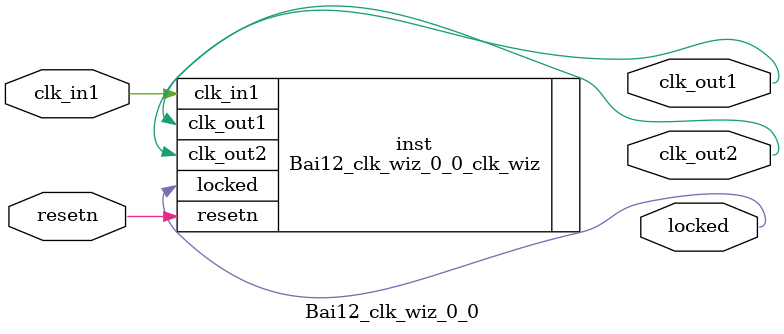
<source format=v>


`timescale 1ps/1ps

(* CORE_GENERATION_INFO = "Bai12_clk_wiz_0_0,clk_wiz_v6_0_11_0_0,{component_name=Bai12_clk_wiz_0_0,use_phase_alignment=true,use_min_o_jitter=false,use_max_i_jitter=false,use_dyn_phase_shift=false,use_inclk_switchover=false,use_dyn_reconfig=false,enable_axi=0,feedback_source=FDBK_AUTO,PRIMITIVE=MMCM,num_out_clk=2,clkin1_period=10.000,clkin2_period=10.000,use_power_down=false,use_reset=true,use_locked=true,use_inclk_stopped=false,feedback_type=SINGLE,CLOCK_MGR_TYPE=NA,manual_override=false}" *)

module Bai12_clk_wiz_0_0 
 (
  // Clock out ports
  output        clk_out1,
  output        clk_out2,
  // Status and control signals
  input         resetn,
  output        locked,
 // Clock in ports
  input         clk_in1
 );

  Bai12_clk_wiz_0_0_clk_wiz inst
  (
  // Clock out ports  
  .clk_out1(clk_out1),
  .clk_out2(clk_out2),
  // Status and control signals               
  .resetn(resetn), 
  .locked(locked),
 // Clock in ports
  .clk_in1(clk_in1)
  );

endmodule

</source>
